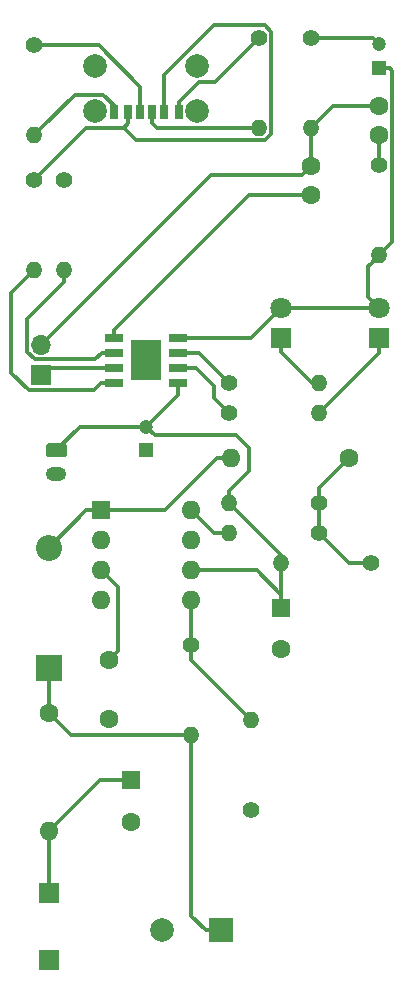
<source format=gbr>
G04 #@! TF.GenerationSoftware,KiCad,Pcbnew,(5.1.2)-2*
G04 #@! TF.CreationDate,2019-08-13T00:16:00-07:00*
G04 #@! TF.ProjectId,PiPowerSystem,5069506f-7765-4725-9379-7374656d2e6b,rev?*
G04 #@! TF.SameCoordinates,Original*
G04 #@! TF.FileFunction,Copper,L1,Top*
G04 #@! TF.FilePolarity,Positive*
%FSLAX46Y46*%
G04 Gerber Fmt 4.6, Leading zero omitted, Abs format (unit mm)*
G04 Created by KiCad (PCBNEW (5.1.2)-2) date 2019-08-13 00:16:00*
%MOMM*%
%LPD*%
G04 APERTURE LIST*
%ADD10O,1.700000X1.700000*%
%ADD11R,1.700000X1.700000*%
%ADD12C,0.100000*%
%ADD13C,1.200000*%
%ADD14O,1.750000X1.200000*%
%ADD15R,1.600000X1.600000*%
%ADD16C,1.600000*%
%ADD17R,2.000000X2.000000*%
%ADD18C,2.000000*%
%ADD19R,1.200000X1.200000*%
%ADD20R,2.200000X2.200000*%
%ADD21O,2.200000X2.200000*%
%ADD22R,1.800000X1.800000*%
%ADD23C,1.800000*%
%ADD24O,1.600000X1.600000*%
%ADD25R,1.525000X0.700000*%
%ADD26R,2.513000X3.402000*%
%ADD27R,0.700000X1.200000*%
%ADD28R,0.760000X1.200000*%
%ADD29R,0.800000X1.200000*%
%ADD30O,1.400000X1.400000*%
%ADD31C,1.400000*%
%ADD32C,0.300000*%
G04 APERTURE END LIST*
D10*
X128905000Y-87630000D03*
D11*
X128905000Y-90170000D03*
D12*
G36*
X130824505Y-95921204D02*
G01*
X130848773Y-95924804D01*
X130872572Y-95930765D01*
X130895671Y-95939030D01*
X130917850Y-95949520D01*
X130938893Y-95962132D01*
X130958599Y-95976747D01*
X130976777Y-95993223D01*
X130993253Y-96011401D01*
X131007868Y-96031107D01*
X131020480Y-96052150D01*
X131030970Y-96074329D01*
X131039235Y-96097428D01*
X131045196Y-96121227D01*
X131048796Y-96145495D01*
X131050000Y-96169999D01*
X131050000Y-96870001D01*
X131048796Y-96894505D01*
X131045196Y-96918773D01*
X131039235Y-96942572D01*
X131030970Y-96965671D01*
X131020480Y-96987850D01*
X131007868Y-97008893D01*
X130993253Y-97028599D01*
X130976777Y-97046777D01*
X130958599Y-97063253D01*
X130938893Y-97077868D01*
X130917850Y-97090480D01*
X130895671Y-97100970D01*
X130872572Y-97109235D01*
X130848773Y-97115196D01*
X130824505Y-97118796D01*
X130800001Y-97120000D01*
X129549999Y-97120000D01*
X129525495Y-97118796D01*
X129501227Y-97115196D01*
X129477428Y-97109235D01*
X129454329Y-97100970D01*
X129432150Y-97090480D01*
X129411107Y-97077868D01*
X129391401Y-97063253D01*
X129373223Y-97046777D01*
X129356747Y-97028599D01*
X129342132Y-97008893D01*
X129329520Y-96987850D01*
X129319030Y-96965671D01*
X129310765Y-96942572D01*
X129304804Y-96918773D01*
X129301204Y-96894505D01*
X129300000Y-96870001D01*
X129300000Y-96169999D01*
X129301204Y-96145495D01*
X129304804Y-96121227D01*
X129310765Y-96097428D01*
X129319030Y-96074329D01*
X129329520Y-96052150D01*
X129342132Y-96031107D01*
X129356747Y-96011401D01*
X129373223Y-95993223D01*
X129391401Y-95976747D01*
X129411107Y-95962132D01*
X129432150Y-95949520D01*
X129454329Y-95939030D01*
X129477428Y-95930765D01*
X129501227Y-95924804D01*
X129525495Y-95921204D01*
X129549999Y-95920000D01*
X130800001Y-95920000D01*
X130824505Y-95921204D01*
X130824505Y-95921204D01*
G37*
D13*
X130175000Y-96520000D03*
D14*
X130175000Y-98520000D03*
D15*
X149225000Y-109855000D03*
D16*
X149225000Y-113355000D03*
X134620000Y-114300000D03*
X134620000Y-119300000D03*
D17*
X144145000Y-137160000D03*
D18*
X139145000Y-137160000D03*
D16*
X136525000Y-127960000D03*
D15*
X136525000Y-124460000D03*
D16*
X151765000Y-72430000D03*
X151765000Y-74930000D03*
D19*
X137795000Y-96520000D03*
D13*
X137795000Y-94520000D03*
D16*
X157480000Y-69850000D03*
X157480000Y-67350000D03*
D13*
X157480000Y-62135000D03*
D19*
X157480000Y-64135000D03*
D20*
X129540000Y-114935000D03*
D21*
X129540000Y-104775000D03*
D22*
X149225000Y-86995000D03*
D23*
X149225000Y-84455000D03*
X157480000Y-84455000D03*
D22*
X157480000Y-86995000D03*
D15*
X133985000Y-101600000D03*
D24*
X141605000Y-109220000D03*
X133985000Y-104140000D03*
X141605000Y-106680000D03*
X133985000Y-106680000D03*
X141605000Y-104140000D03*
X133985000Y-109220000D03*
X141605000Y-101600000D03*
D25*
X135083000Y-86995000D03*
X135083000Y-88265000D03*
X135083000Y-89535000D03*
X135083000Y-90805000D03*
X140507000Y-90805000D03*
X140507000Y-89535000D03*
X140507000Y-88265000D03*
X140507000Y-86995000D03*
D26*
X137795000Y-88900000D03*
D27*
X138295000Y-67905000D03*
D28*
X136275000Y-67905000D03*
D29*
X135045000Y-67905000D03*
D27*
X137295000Y-67905000D03*
D28*
X139315000Y-67905000D03*
D29*
X140545000Y-67905000D03*
D18*
X142115000Y-63955000D03*
X133475000Y-63955000D03*
X133475000Y-67755000D03*
X142115000Y-67755000D03*
D11*
X129540000Y-133985000D03*
X129540000Y-139700000D03*
D16*
X154940000Y-97155000D03*
D24*
X144940000Y-97155000D03*
X129540000Y-128745000D03*
D16*
X129540000Y-118745000D03*
D30*
X147320000Y-69215000D03*
D31*
X147320000Y-61595000D03*
X156845000Y-106045000D03*
D30*
X149225000Y-106045000D03*
D31*
X128270000Y-62230000D03*
D30*
X128270000Y-69850000D03*
X144780000Y-103505000D03*
D31*
X152400000Y-103505000D03*
D30*
X128270000Y-81280000D03*
D31*
X128270000Y-73660000D03*
X130810000Y-73660000D03*
D30*
X130810000Y-81280000D03*
X152400000Y-90805000D03*
D31*
X144780000Y-90805000D03*
X144780000Y-93345000D03*
D30*
X152400000Y-93345000D03*
D31*
X157480000Y-72390000D03*
D30*
X157480000Y-80010000D03*
D31*
X151765000Y-61595000D03*
D30*
X151765000Y-69215000D03*
X146685000Y-119380000D03*
D31*
X146685000Y-127000000D03*
X141605000Y-113030000D03*
D30*
X141605000Y-120650000D03*
X144780000Y-100965000D03*
D31*
X152400000Y-100965000D03*
D32*
X140507000Y-91808000D02*
X137795000Y-94520000D01*
X140507000Y-90805000D02*
X140507000Y-91808000D01*
X132175000Y-94520000D02*
X130175000Y-96520000D01*
X137795000Y-94520000D02*
X132175000Y-94520000D01*
X149225000Y-106045000D02*
X149225000Y-109855000D01*
X149225000Y-105410000D02*
X149225000Y-106045000D01*
X144780000Y-100965000D02*
X149225000Y-105410000D01*
X144780000Y-100965000D02*
X144780000Y-99975051D01*
X138525000Y-95250000D02*
X137795000Y-94520000D01*
X138525000Y-95250000D02*
X145415000Y-95250000D01*
X146507526Y-96342526D02*
X146507526Y-98247526D01*
X145415000Y-95250000D02*
X146507526Y-96342526D01*
X144780000Y-99975051D02*
X146507526Y-98247526D01*
X149225000Y-108755000D02*
X149225000Y-109855000D01*
X147150000Y-106680000D02*
X149225000Y-108755000D01*
X141605000Y-106680000D02*
X147150000Y-106680000D01*
X129540000Y-89535000D02*
X128905000Y-90170000D01*
X135083000Y-89535000D02*
X129540000Y-89535000D01*
X156940000Y-61595000D02*
X157480000Y-62135000D01*
X151765000Y-61595000D02*
X156940000Y-61595000D01*
X146620001Y-62294999D02*
X147320000Y-61595000D01*
X143609999Y-65305001D02*
X146620001Y-62294999D01*
X142244999Y-65305001D02*
X143609999Y-65305001D01*
X140545000Y-67005000D02*
X142244999Y-65305001D01*
X140545000Y-67905000D02*
X140545000Y-67005000D01*
X128969999Y-69150001D02*
X128270000Y-69850000D01*
X131715001Y-66404999D02*
X128969999Y-69150001D01*
X134123001Y-66404999D02*
X131715001Y-66404999D01*
X135045000Y-67326998D02*
X134123001Y-66404999D01*
X135045000Y-67905000D02*
X135045000Y-67326998D01*
X135419999Y-113500001D02*
X134620000Y-114300000D01*
X135419999Y-108114999D02*
X135419999Y-113500001D01*
X133985000Y-106680000D02*
X135419999Y-108114999D01*
X129540000Y-116335000D02*
X129540000Y-118745000D01*
X129540000Y-114935000D02*
X129540000Y-116335000D01*
X131445000Y-120650000D02*
X129540000Y-118745000D01*
X141605000Y-120650000D02*
X131445000Y-120650000D01*
X142845000Y-137160000D02*
X144145000Y-137160000D01*
X141605000Y-135920000D02*
X142845000Y-137160000D01*
X141605000Y-120650000D02*
X141605000Y-135920000D01*
X158179999Y-79310001D02*
X157480000Y-80010000D01*
X158630001Y-78859999D02*
X158179999Y-79310001D01*
X158630001Y-64385001D02*
X158630001Y-78859999D01*
X158380000Y-64135000D02*
X158630001Y-64385001D01*
X157480000Y-64135000D02*
X158380000Y-64135000D01*
X134020500Y-90805000D02*
X135083000Y-90805000D01*
X127859998Y-91455000D02*
X133335000Y-91455000D01*
X126365000Y-89960002D02*
X127859998Y-91455000D01*
X128270000Y-81280000D02*
X126365000Y-83185000D01*
X126365000Y-83185000D02*
X126365000Y-89960002D01*
X133985000Y-90805000D02*
X135083000Y-90805000D01*
X133335000Y-91455000D02*
X133985000Y-90805000D01*
X146685000Y-86995000D02*
X149225000Y-84455000D01*
X140507000Y-86995000D02*
X146685000Y-86995000D01*
X149225000Y-84455000D02*
X157480000Y-84455000D01*
X156780001Y-80709999D02*
X157480000Y-80010000D01*
X156580001Y-80909999D02*
X156780001Y-80709999D01*
X156580001Y-83555001D02*
X156580001Y-80909999D01*
X157480000Y-84455000D02*
X156580001Y-83555001D01*
X133825000Y-124460000D02*
X129540000Y-128745000D01*
X136525000Y-124460000D02*
X133825000Y-124460000D01*
X129540000Y-129876370D02*
X129540000Y-133985000D01*
X129540000Y-128745000D02*
X129540000Y-129876370D01*
X153630000Y-67350000D02*
X157480000Y-67350000D01*
X151765000Y-69215000D02*
X153630000Y-67350000D01*
X151765000Y-69215000D02*
X151765000Y-72430000D01*
X129754999Y-86780001D02*
X128905000Y-87630000D01*
X143305001Y-73229999D02*
X129754999Y-86780001D01*
X150965001Y-73229999D02*
X143305001Y-73229999D01*
X151765000Y-72430000D02*
X150965001Y-73229999D01*
X135083000Y-86345000D02*
X135083000Y-86995000D01*
X146498000Y-74930000D02*
X135083000Y-86345000D01*
X151765000Y-74930000D02*
X146498000Y-74930000D01*
X157480000Y-69850000D02*
X157480000Y-72390000D01*
X135085000Y-101600000D02*
X133985000Y-101600000D01*
X139363630Y-101600000D02*
X135085000Y-101600000D01*
X143808630Y-97155000D02*
X139363630Y-101600000D01*
X144940000Y-97155000D02*
X143808630Y-97155000D01*
X132715000Y-101600000D02*
X133985000Y-101600000D01*
X129540000Y-104775000D02*
X132715000Y-101600000D01*
X151835000Y-90805000D02*
X152400000Y-90805000D01*
X149225000Y-88195000D02*
X151835000Y-90805000D01*
X149225000Y-86995000D02*
X149225000Y-88195000D01*
X157480000Y-88265000D02*
X152400000Y-93345000D01*
X157480000Y-86995000D02*
X157480000Y-88265000D01*
X141605000Y-109220000D02*
X141605000Y-113030000D01*
X141605000Y-114300000D02*
X146685000Y-119380000D01*
X141605000Y-113030000D02*
X141605000Y-114300000D01*
X152400000Y-99695000D02*
X152400000Y-100965000D01*
X154940000Y-97155000D02*
X152400000Y-99695000D01*
X152400000Y-100965000D02*
X152400000Y-103505000D01*
X154940000Y-106045000D02*
X156845000Y-106045000D01*
X152400000Y-103505000D02*
X154940000Y-106045000D01*
X143510000Y-103505000D02*
X144780000Y-103505000D01*
X141605000Y-101600000D02*
X143510000Y-103505000D01*
X134020500Y-88265000D02*
X135083000Y-88265000D01*
X133455499Y-88830001D02*
X134020500Y-88265000D01*
X128328999Y-88830001D02*
X133455499Y-88830001D01*
X127704999Y-85374950D02*
X127704999Y-88206001D01*
X127704999Y-88206001D02*
X128328999Y-88830001D01*
X130810000Y-82269949D02*
X127704999Y-85374950D01*
X130810000Y-81280000D02*
X130810000Y-82269949D01*
X140507000Y-89535000D02*
X140507000Y-89707000D01*
X141955998Y-89535000D02*
X143510000Y-91089002D01*
X140507000Y-89535000D02*
X141955998Y-89535000D01*
X143510000Y-92075000D02*
X144780000Y-93345000D01*
X143510000Y-91089002D02*
X143510000Y-92075000D01*
X142240000Y-88265000D02*
X144780000Y-90805000D01*
X140507000Y-88265000D02*
X142240000Y-88265000D01*
X138295000Y-68805000D02*
X138295000Y-67905000D01*
X138705000Y-69215000D02*
X138295000Y-68805000D01*
X147320000Y-69215000D02*
X138705000Y-69215000D01*
X136275000Y-68805000D02*
X136275000Y-67905000D01*
X135865000Y-69215000D02*
X136275000Y-68805000D01*
X132715000Y-69215000D02*
X135865000Y-69215000D01*
X128270000Y-73660000D02*
X132715000Y-69215000D01*
X136915001Y-70265001D02*
X135865000Y-69215000D01*
X147824001Y-70265001D02*
X136915001Y-70265001D01*
X148370001Y-61090999D02*
X148370001Y-69719001D01*
X143526999Y-60544999D02*
X147824001Y-60544999D01*
X148370001Y-69719001D02*
X147824001Y-70265001D01*
X139315000Y-64756998D02*
X143526999Y-60544999D01*
X147824001Y-60544999D02*
X148370001Y-61090999D01*
X139315000Y-67905000D02*
X139315000Y-64756998D01*
X137295000Y-67005000D02*
X137295000Y-67905000D01*
X137295000Y-65776998D02*
X137295000Y-67005000D01*
X133748002Y-62230000D02*
X137295000Y-65776998D01*
X128270000Y-62230000D02*
X133748002Y-62230000D01*
M02*

</source>
